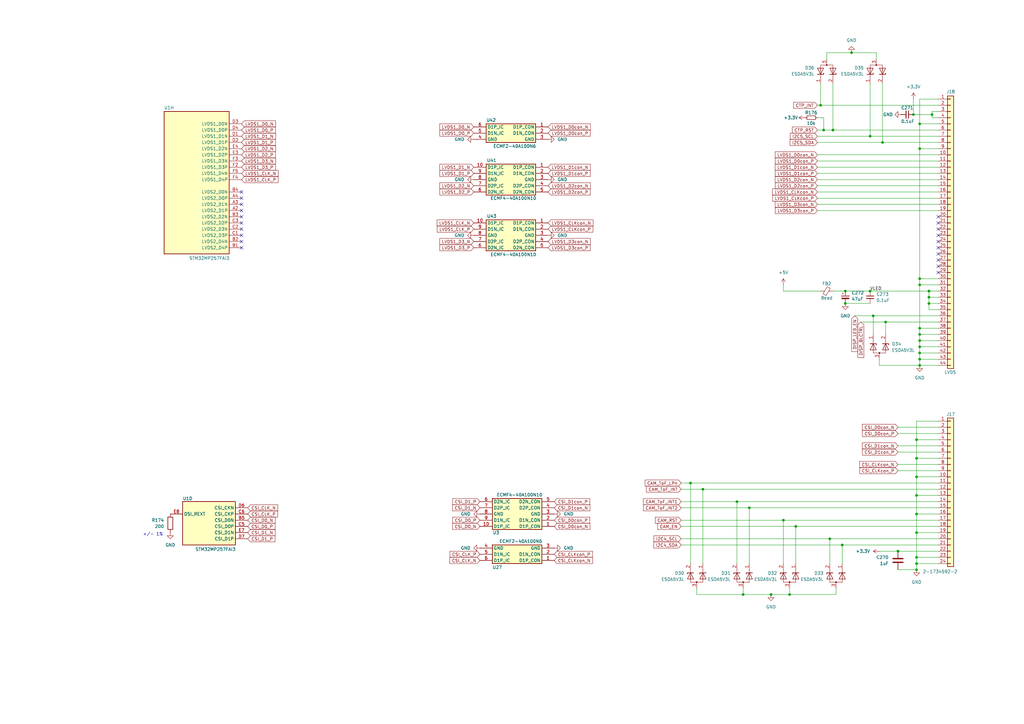
<source format=kicad_sch>
(kicad_sch (version 20250114) (generator "eeschema") (generator_version "9.0")
  (paper "A3")
  (title_block (title "CAMERA & LVDS") (date "2025-01-21") (rev "1.0") (company "Robotics"))
  (text "+/- 1%" (at 62.738 219.202 0) (effects (font (size 1.27 1.27))))
  (junction (at 346.71 119.38))
  (junction (at 356.87 55.88))
  (junction (at 382.27 46.99))
  (junction (at 377.19 147.32))
  (junction (at 356.87 119.38))
  (junction (at 375.92 228.6))
  (junction (at 337.82 53.34))
  (junction (at 323.85 243.84))
  (junction (at 377.19 139.7))
  (junction (at 377.19 142.24))
  (junction (at 368.3 226.06))
  (junction (at 375.92 233.68))
  (junction (at 377.19 137.16))
  (junction (at 377.19 50.8))
  (junction (at 336.55 43.18))
  (junction (at 302.26 205.74))
  (junction (at 340.36 220.98))
  (junction (at 375.92 180.34))
  (junction (at 361.95 58.42))
  (junction (at 283.21 198.12))
  (junction (at 377.19 134.62))
  (junction (at 377.19 116.84))
  (junction (at 316.23 243.84))
  (junction (at 375.92 203.2))
  (junction (at 375.92 210.82))
  (junction (at 377.19 114.3))
  (junction (at 381 124.46))
  (junction (at 288.29 200.66))
  (junction (at 375.92 231.14))
  (junction (at 377.19 60.96))
  (junction (at 377.19 149.86))
  (junction (at 374.65 46.99))
  (junction (at 304.8 243.84))
  (junction (at 375.92 187.96))
  (junction (at 341.63 53.34))
  (junction (at 375.92 195.58))
  (junction (at 349.25 21.59))
  (junction (at 346.71 124.46))
  (junction (at 307.34 208.28))
  (junction (at 363.22 132.08))
  (junction (at 375.92 218.44))
  (junction (at 358.14 129.54))
  (junction (at 326.39 215.9))
  (junction (at 377.19 144.78))
  (junction (at 345.44 223.52))
  (junction (at 381 121.92))
  (junction (at 321.31 213.36))
  (junction (at 381 119.38))
  (no_connect (at 384.81 96.52))
  (no_connect (at 384.81 88.9))
  (no_connect (at 99.06 96.52))
  (no_connect (at 384.81 104.14))
  (no_connect (at 384.81 93.98))
  (no_connect (at 99.06 101.6))
  (no_connect (at 384.81 106.68))
  (no_connect (at 384.81 101.6))
  (no_connect (at 99.06 83.82))
  (no_connect (at 99.06 99.06))
  (no_connect (at 99.06 88.9))
  (no_connect (at 99.06 91.44))
  (no_connect (at 384.81 99.06))
  (no_connect (at 384.81 91.44))
  (no_connect (at 99.06 78.74))
  (no_connect (at 99.06 81.28))
  (no_connect (at 99.06 93.98))
  (no_connect (at 384.81 111.76))
  (no_connect (at 99.06 86.36))
  (no_connect (at 384.81 109.22))
  (wire (pts (xy 356.87 119.38) (xy 381 119.38)))
  (wire (pts (xy 321.31 213.36) (xy 321.31 231.14)))
  (wire (pts (xy 340.36 220.98) (xy 384.81 220.98)))
  (wire (pts (xy 326.39 215.9) (xy 326.39 231.14)))
  (wire (pts (xy 375.92 218.44) (xy 384.81 218.44)))
  (wire (pts (xy 321.31 119.38) (xy 321.31 116.84)))
  (wire (pts (xy 374.65 46.99) (xy 382.27 46.99)))
  (wire (pts (xy 377.19 147.32) (xy 384.81 147.32)))
  (wire (pts (xy 288.29 200.66) (xy 384.81 200.66)))
  (wire (pts (xy 368.3 190.5) (xy 384.81 190.5)))
  (wire (pts (xy 335.28 76.2) (xy 384.81 76.2)))
  (wire (pts (xy 337.82 53.34) (xy 341.63 53.34)))
  (wire (pts (xy 377.19 137.16) (xy 384.81 137.16)))
  (wire (pts (xy 335.28 43.18) (xy 336.55 43.18)))
  (wire (pts (xy 377.19 134.62) (xy 377.19 137.16)))
  (wire (pts (xy 316.23 243.84) (xy 323.85 243.84)))
  (wire (pts (xy 377.19 114.3) (xy 377.19 116.84)))
  (wire (pts (xy 377.19 139.7) (xy 384.81 139.7)))
  (wire (pts (xy 377.19 144.78) (xy 384.81 144.78)))
  (wire (pts (xy 279.4 215.9) (xy 326.39 215.9)))
  (wire (pts (xy 377.19 40.64) (xy 377.19 50.8)))
  (wire (pts (xy 381 127) (xy 384.81 127)))
  (wire (pts (xy 359.41 21.59) (xy 359.41 24.13)))
  (wire (pts (xy 368.3 182.88) (xy 384.81 182.88)))
  (wire (pts (xy 335.28 73.66) (xy 384.81 73.66)))
  (wire (pts (xy 377.19 50.8) (xy 377.19 60.96)))
  (wire (pts (xy 285.75 243.84) (xy 304.8 243.84)))
  (wire (pts (xy 279.4 208.28) (xy 307.34 208.28)))
  (wire (pts (xy 279.4 220.98) (xy 340.36 220.98)))
  (wire (pts (xy 384.81 40.64) (xy 377.19 40.64)))
  (wire (pts (xy 382.27 45.72) (xy 384.81 45.72)))
  (wire (pts (xy 341.63 34.29) (xy 341.63 53.34)))
  (wire (pts (xy 335.28 55.88) (xy 356.87 55.88)))
  (wire (pts (xy 368.3 233.68) (xy 375.92 233.68)))
  (wire (pts (xy 377.19 149.86) (xy 384.81 149.86)))
  (wire (pts (xy 360.68 149.86) (xy 377.19 149.86)))
  (wire (pts (xy 375.92 195.58) (xy 375.92 203.2)))
  (wire (pts (xy 340.36 220.98) (xy 340.36 231.14)))
  (wire (pts (xy 363.22 132.08) (xy 384.81 132.08)))
  (wire (pts (xy 336.55 34.29) (xy 336.55 43.18)))
  (wire (pts (xy 345.44 223.52) (xy 345.44 231.14)))
  (wire (pts (xy 375.92 210.82) (xy 375.92 218.44)))
  (wire (pts (xy 358.14 129.54) (xy 384.81 129.54)))
  (wire (pts (xy 377.19 142.24) (xy 384.81 142.24)))
  (wire (pts (xy 375.92 180.34) (xy 375.92 187.96)))
  (wire (pts (xy 377.19 116.84) (xy 377.19 134.62)))
  (wire (pts (xy 377.19 114.3) (xy 384.81 114.3)))
  (wire (pts (xy 375.92 218.44) (xy 375.92 228.6)))
  (wire (pts (xy 353.06 132.08) (xy 363.22 132.08)))
  (wire (pts (xy 339.09 21.59) (xy 349.25 21.59)))
  (wire (pts (xy 335.28 58.42) (xy 361.95 58.42)))
  (wire (pts (xy 384.81 172.72) (xy 375.92 172.72)))
  (wire (pts (xy 336.55 43.18) (xy 384.81 43.18)))
  (wire (pts (xy 307.34 208.28) (xy 384.81 208.28)))
  (wire (pts (xy 377.19 147.32) (xy 377.19 144.78)))
  (wire (pts (xy 335.28 71.12) (xy 384.81 71.12)))
  (wire (pts (xy 307.34 208.28) (xy 307.34 231.14)))
  (wire (pts (xy 382.27 48.26) (xy 382.27 46.99)))
  (wire (pts (xy 375.92 233.68) (xy 375.92 231.14)))
  (wire (pts (xy 335.28 81.28) (xy 384.81 81.28)))
  (wire (pts (xy 335.28 68.58) (xy 384.81 68.58)))
  (wire (pts (xy 375.92 203.2) (xy 375.92 210.82)))
  (wire (pts (xy 377.19 60.96) (xy 377.19 114.3)))
  (wire (pts (xy 377.19 144.78) (xy 377.19 142.24)))
  (wire (pts (xy 381 124.46) (xy 381 127)))
  (wire (pts (xy 384.81 48.26) (xy 382.27 48.26)))
  (wire (pts (xy 375.92 231.14) (xy 384.81 231.14)))
  (wire (pts (xy 335.28 53.34) (xy 337.82 53.34)))
  (wire (pts (xy 361.95 34.29) (xy 361.95 58.42)))
  (wire (pts (xy 349.25 21.59) (xy 359.41 21.59)))
  (wire (pts (xy 377.19 116.84) (xy 384.81 116.84)))
  (wire (pts (xy 321.31 213.36) (xy 384.81 213.36)))
  (wire (pts (xy 335.28 78.74) (xy 384.81 78.74)))
  (wire (pts (xy 341.63 119.38) (xy 346.71 119.38)))
  (wire (pts (xy 377.19 134.62) (xy 384.81 134.62)))
  (wire (pts (xy 335.28 83.82) (xy 384.81 83.82)))
  (wire (pts (xy 381 121.92) (xy 384.81 121.92)))
  (wire (pts (xy 375.92 203.2) (xy 384.81 203.2)))
  (wire (pts (xy 375.92 180.34) (xy 384.81 180.34)))
  (wire (pts (xy 377.19 137.16) (xy 377.19 139.7)))
  (wire (pts (xy 368.3 175.26) (xy 384.81 175.26)))
  (wire (pts (xy 302.26 205.74) (xy 302.26 231.14)))
  (wire (pts (xy 377.19 50.8) (xy 384.81 50.8)))
  (wire (pts (xy 288.29 200.66) (xy 288.29 231.14)))
  (wire (pts (xy 304.8 241.3) (xy 304.8 243.84)))
  (wire (pts (xy 375.92 195.58) (xy 384.81 195.58)))
  (wire (pts (xy 302.26 205.74) (xy 384.81 205.74)))
  (wire (pts (xy 368.3 177.8) (xy 384.81 177.8)))
  (wire (pts (xy 360.68 147.32) (xy 360.68 149.86)))
  (wire (pts (xy 346.71 124.46) (xy 356.87 124.46)))
  (wire (pts (xy 337.82 48.26) (xy 337.82 53.34)))
  (wire (pts (xy 360.68 226.06) (xy 368.3 226.06)))
  (wire (pts (xy 326.39 215.9) (xy 384.81 215.9)))
  (wire (pts (xy 335.28 66.04) (xy 384.81 66.04)))
  (wire (pts (xy 368.3 193.04) (xy 384.81 193.04)))
  (wire (pts (xy 323.85 241.3) (xy 323.85 243.84)))
  (wire (pts (xy 304.8 243.84) (xy 316.23 243.84)))
  (wire (pts (xy 279.4 198.12) (xy 283.21 198.12)))
  (wire (pts (xy 377.19 60.96) (xy 384.81 60.96)))
  (wire (pts (xy 363.22 132.08) (xy 363.22 137.16)))
  (wire (pts (xy 374.65 40.64) (xy 374.65 46.99)))
  (wire (pts (xy 358.14 129.54) (xy 358.14 137.16)))
  (wire (pts (xy 377.19 149.86) (xy 377.19 147.32)))
  (wire (pts (xy 335.28 48.26) (xy 337.82 48.26)))
  (wire (pts (xy 381 124.46) (xy 384.81 124.46)))
  (wire (pts (xy 377.19 142.24) (xy 377.19 139.7)))
  (wire (pts (xy 361.95 58.42) (xy 384.81 58.42)))
  (wire (pts (xy 375.92 172.72) (xy 375.92 180.34)))
  (wire (pts (xy 382.27 46.99) (xy 382.27 45.72)))
  (wire (pts (xy 356.87 55.88) (xy 384.81 55.88)))
  (wire (pts (xy 368.3 226.06) (xy 384.81 226.06)))
  (wire (pts (xy 283.21 198.12) (xy 283.21 231.14)))
  (wire (pts (xy 279.4 205.74) (xy 302.26 205.74)))
  (wire (pts (xy 336.55 119.38) (xy 321.31 119.38)))
  (wire (pts (xy 368.3 185.42) (xy 384.81 185.42)))
  (wire (pts (xy 335.28 63.5) (xy 384.81 63.5)))
  (wire (pts (xy 381 119.38) (xy 384.81 119.38)))
  (wire (pts (xy 346.71 119.38) (xy 356.87 119.38)))
  (wire (pts (xy 381 121.92) (xy 381 124.46)))
  (wire (pts (xy 323.85 243.84) (xy 342.9 243.84)))
  (wire (pts (xy 375.92 187.96) (xy 375.92 195.58)))
  (wire (pts (xy 283.21 198.12) (xy 384.81 198.12)))
  (wire (pts (xy 375.92 210.82) (xy 384.81 210.82)))
  (wire (pts (xy 335.28 86.36) (xy 384.81 86.36)))
  (wire (pts (xy 375.92 187.96) (xy 384.81 187.96)))
  (wire (pts (xy 345.44 223.52) (xy 384.81 223.52)))
  (wire (pts (xy 350.52 129.54) (xy 358.14 129.54)))
  (wire (pts (xy 279.4 223.52) (xy 345.44 223.52)))
  (wire (pts (xy 341.63 53.34) (xy 384.81 53.34)))
  (wire (pts (xy 375.92 228.6) (xy 375.92 231.14)))
  (wire (pts (xy 375.92 228.6) (xy 384.81 228.6)))
  (wire (pts (xy 381 119.38) (xy 381 121.92)))
  (wire (pts (xy 279.4 200.66) (xy 288.29 200.66)))
  (wire (pts (xy 339.09 21.59) (xy 339.09 24.13)))
  (wire (pts (xy 342.9 241.3) (xy 342.9 243.84)))
  (wire (pts (xy 279.4 213.36) (xy 321.31 213.36)))
  (wire (pts (xy 285.75 241.3) (xy 285.75 243.84)))
  (wire (pts (xy 356.87 34.29) (xy 356.87 55.88)))
  (label "VLED" (at 356.87 119.38 0))
  (global_label "LVDS1_D3_P" (shape input) (at 194.31 101.6 180) (property "Intersheetrefs" "${INTERSHEET_REFS}" (effects (hide yes))))
  (global_label "CSI_CLK_N" (shape input) (at 101.6 208.28 0) (property "Intersheetrefs" "${INTERSHEET_REFS}" (effects (hide yes))))
  (global_label "CSI_D0_P" (shape input) (at 101.6 215.9 0) (property "Intersheetrefs" "${INTERSHEET_REFS}" (effects (hide yes))))
  (global_label "I2C5_SCL" (shape input) (at 335.28 55.88 180) (property "Intersheetrefs" "${INTERSHEET_REFS}" (effects (hide yes))))
  (global_label "LVDS1_D1con_N" (shape input) (at 224.79 68.58 0) (property "Intersheetrefs" "${INTERSHEET_REFS}" (effects (hide yes))))
  (global_label "CAM_RST" (shape input) (at 279.4 213.36 180) (property "Intersheetrefs" "${INTERSHEET_REFS}" (effects (hide yes))))
  (global_label "LVDS1_CLKcon_N" (shape input) (at 224.79 91.44 0) (property "Intersheetrefs" "${INTERSHEET_REFS}" (effects (hide yes))))
  (global_label "LVDS1_D2_P" (shape input) (at 194.31 78.74 180) (property "Intersheetrefs" "${INTERSHEET_REFS}" (effects (hide yes))))
  (global_label "LVDS1_D1_N" (shape input) (at 194.31 68.58 180) (property "Intersheetrefs" "${INTERSHEET_REFS}" (effects (hide yes))))
  (global_label "LVDS1_D3_P" (shape input) (at 99.06 68.58 0) (property "Intersheetrefs" "${INTERSHEET_REFS}" (effects (hide yes))))
  (global_label "CSI_D1con_N" (shape input) (at 227.33 208.28 0) (property "Intersheetrefs" "${INTERSHEET_REFS}" (effects (hide yes))))
  (global_label "CSI_D0_N" (shape input) (at 196.85 215.9 180) (property "Intersheetrefs" "${INTERSHEET_REFS}" (effects (hide yes))))
  (global_label "LVDS1_D2con_N" (shape input) (at 335.28 73.66 180) (property "Intersheetrefs" "${INTERSHEET_REFS}" (effects (hide yes))))
  (global_label "LVDS1_D0con_P" (shape input) (at 335.28 66.04 180) (property "Intersheetrefs" "${INTERSHEET_REFS}" (effects (hide yes))))
  (global_label "CSI_D0_N" (shape input) (at 101.6 213.36 0) (property "Intersheetrefs" "${INTERSHEET_REFS}" (effects (hide yes))))
  (global_label "CTP_INT" (shape input) (at 335.28 43.18 180) (property "Intersheetrefs" "${INTERSHEET_REFS}" (effects (hide yes))))
  (global_label "LVDS1_CLK_P" (shape input) (at 194.31 93.98 180) (property "Intersheetrefs" "${INTERSHEET_REFS}" (effects (hide yes))))
  (global_label "LVDS1_D1_N" (shape input) (at 99.06 55.88 0) (property "Intersheetrefs" "${INTERSHEET_REFS}" (effects (hide yes))))
  (global_label "LVDS1_D3con_N" (shape input) (at 224.79 99.06 0) (property "Intersheetrefs" "${INTERSHEET_REFS}" (effects (hide yes))))
  (global_label "CSI_CLK_N" (shape input) (at 196.85 229.87 180) (property "Intersheetrefs" "${INTERSHEET_REFS}" (effects (hide yes))))
  (global_label "CSI_CLKcon_P" (shape input) (at 368.3 193.04 180) (property "Intersheetrefs" "${INTERSHEET_REFS}" (effects (hide yes))))
  (global_label "CTP_RST" (shape input) (at 335.28 53.34 180) (property "Intersheetrefs" "${INTERSHEET_REFS}" (effects (hide yes))))
  (global_label "LVDS1_D1_P" (shape input) (at 99.06 58.42 0) (property "Intersheetrefs" "${INTERSHEET_REFS}" (effects (hide yes))))
  (global_label "LVDS1_CLKcon_N" (shape input) (at 335.28 78.74 180) (property "Intersheetrefs" "${INTERSHEET_REFS}" (effects (hide yes))))
  (global_label "LVDS1_D3con_P" (shape input) (at 335.28 86.36 180) (property "Intersheetrefs" "${INTERSHEET_REFS}" (effects (hide yes))))
  (global_label "LVDS1_D1con_N" (shape input) (at 335.28 68.58 180) (property "Intersheetrefs" "${INTERSHEET_REFS}" (effects (hide yes))))
  (global_label "CSI_CLK_P" (shape input) (at 196.85 227.33 180) (property "Intersheetrefs" "${INTERSHEET_REFS}" (effects (hide yes))))
  (global_label "CSI_D0con_P" (shape input) (at 227.33 213.36 0) (property "Intersheetrefs" "${INTERSHEET_REFS}" (effects (hide yes))))
  (global_label "LVDS1_D3con_P" (shape input) (at 224.79 101.6 0) (property "Intersheetrefs" "${INTERSHEET_REFS}" (effects (hide yes))))
  (global_label "LVDS1_D2con_P" (shape input) (at 224.79 78.74 0) (property "Intersheetrefs" "${INTERSHEET_REFS}" (effects (hide yes))))
  (global_label "I2C5_SDA" (shape input) (at 335.28 58.42 180) (property "Intersheetrefs" "${INTERSHEET_REFS}" (effects (hide yes))))
  (global_label "CAM_ToF_INT" (shape input) (at 279.4 200.66 180) (property "Intersheetrefs" "${INTERSHEET_REFS}" (effects (hide yes))))
  (global_label "I2C4_SCL" (shape input) (at 279.4 220.98 180) (property "Intersheetrefs" "${INTERSHEET_REFS}" (effects (hide yes))))
  (global_label "I2C4_SDA" (shape input) (at 279.4 223.52 180) (property "Intersheetrefs" "${INTERSHEET_REFS}" (effects (hide yes))))
  (global_label "CSI_D1con_P" (shape input) (at 227.33 205.74 0) (property "Intersheetrefs" "${INTERSHEET_REFS}" (effects (hide yes))))
  (global_label "LVDS1_D3_N" (shape input) (at 194.31 99.06 180) (property "Intersheetrefs" "${INTERSHEET_REFS}" (effects (hide yes))))
  (global_label "CSI_D1con_P" (shape input) (at 368.3 185.42 180) (property "Intersheetrefs" "${INTERSHEET_REFS}" (effects (hide yes))))
  (global_label "LVDS1_D0con_N" (shape input) (at 335.28 63.5 180) (property "Intersheetrefs" "${INTERSHEET_REFS}" (effects (hide yes))))
  (global_label "LVDS1_D2con_N" (shape input) (at 224.79 76.2 0) (property "Intersheetrefs" "${INTERSHEET_REFS}" (effects (hide yes))))
  (global_label "LVDS1_D3_N" (shape input) (at 99.06 66.04 0) (property "Intersheetrefs" "${INTERSHEET_REFS}" (effects (hide yes))))
  (global_label "LVDS1_D0con_P" (shape input) (at 224.79 54.61 0) (property "Intersheetrefs" "${INTERSHEET_REFS}" (effects (hide yes))))
  (global_label "CSI_D0con_N" (shape input) (at 227.33 215.9 0) (property "Intersheetrefs" "${INTERSHEET_REFS}" (effects (hide yes))))
  (global_label "CSI_D0con_N" (shape input) (at 368.3 175.26 180) (property "Intersheetrefs" "${INTERSHEET_REFS}" (effects (hide yes))))
  (global_label "CSI_D1con_N" (shape input) (at 368.3 182.88 180) (property "Intersheetrefs" "${INTERSHEET_REFS}" (effects (hide yes))))
  (global_label "LVDS1_CLK_N" (shape input) (at 194.31 91.44 180) (property "Intersheetrefs" "${INTERSHEET_REFS}" (effects (hide yes))))
  (global_label "LVDS1_D0_N" (shape input) (at 99.06 50.8 0) (property "Intersheetrefs" "${INTERSHEET_REFS}" (effects (hide yes))))
  (global_label "LVDS1_D2_N" (shape input) (at 194.31 76.2 180) (property "Intersheetrefs" "${INTERSHEET_REFS}" (effects (hide yes))))
  (global_label "LVDS1_D0_N" (shape input) (at 194.31 52.07 180) (property "Intersheetrefs" "${INTERSHEET_REFS}" (effects (hide yes))))
  (global_label "LVDS1_D1con_P" (shape input) (at 224.79 71.12 0) (property "Intersheetrefs" "${INTERSHEET_REFS}" (effects (hide yes))))
  (global_label "CAM_ToF_INT2" (shape input) (at 279.4 208.28 180) (property "Intersheetrefs" "${INTERSHEET_REFS}" (effects (hide yes))))
  (global_label "CSI_D0_P" (shape input) (at 196.85 213.36 180) (property "Intersheetrefs" "${INTERSHEET_REFS}" (effects (hide yes))))
  (global_label "LVDS1_CLK_P" (shape input) (at 99.06 73.66 0) (property "Intersheetrefs" "${INTERSHEET_REFS}" (effects (hide yes))))
  (global_label "LVDS1_D0con_N" (shape input) (at 224.79 52.07 0) (property "Intersheetrefs" "${INTERSHEET_REFS}" (effects (hide yes))))
  (global_label "LVDS1_CLKcon_P" (shape input) (at 224.79 93.98 0) (property "Intersheetrefs" "${INTERSHEET_REFS}" (effects (hide yes))))
  (global_label "CSI_D0con_P" (shape input) (at 368.3 177.8 180) (property "Intersheetrefs" "${INTERSHEET_REFS}" (effects (hide yes))))
  (global_label "LVDS1_D0_P" (shape input) (at 99.06 53.34 0) (property "Intersheetrefs" "${INTERSHEET_REFS}" (effects (hide yes))))
  (global_label "LVDS1_D1_P" (shape input) (at 194.31 71.12 180) (property "Intersheetrefs" "${INTERSHEET_REFS}" (effects (hide yes))))
  (global_label "LVDS1_D2con_P" (shape input) (at 335.28 76.2 180) (property "Intersheetrefs" "${INTERSHEET_REFS}" (effects (hide yes))))
  (global_label "CSI_D1_P" (shape input) (at 101.6 220.98 0) (property "Intersheetrefs" "${INTERSHEET_REFS}" (effects (hide yes))))
  (global_label "DISP_BLCTRL" (shape input) (at 353.06 132.08 270) (property "Intersheetrefs" "${INTERSHEET_REFS}" (effects (hide yes))))
  (global_label "CSI_CLK_P" (shape input) (at 101.6 210.82 0) (property "Intersheetrefs" "${INTERSHEET_REFS}" (effects (hide yes))))
  (global_label "LVDS1_CLK_N" (shape input) (at 99.06 71.12 0) (property "Intersheetrefs" "${INTERSHEET_REFS}" (effects (hide yes))))
  (global_label "LVDS1_CLKcon_P" (shape input) (at 335.28 81.28 180) (property "Intersheetrefs" "${INTERSHEET_REFS}" (effects (hide yes))))
  (global_label "LVDS1_D0_P" (shape input) (at 194.31 54.61 180) (property "Intersheetrefs" "${INTERSHEET_REFS}" (effects (hide yes))))
  (global_label "LVDS1_D2_N" (shape input) (at 99.06 60.96 0) (property "Intersheetrefs" "${INTERSHEET_REFS}" (effects (hide yes))))
  (global_label "CSI_CLKcon_P" (shape input) (at 227.33 227.33 0) (property "Intersheetrefs" "${INTERSHEET_REFS}" (effects (hide yes))))
  (global_label "CSI_D1_N" (shape input) (at 196.85 208.28 180) (property "Intersheetrefs" "${INTERSHEET_REFS}" (effects (hide yes))))
  (global_label "CAM_ToF_INT1" (shape input) (at 279.4 205.74 180) (property "Intersheetrefs" "${INTERSHEET_REFS}" (effects (hide yes))))
  (global_label "LVDS1_D1con_P" (shape input) (at 335.28 71.12 180) (property "Intersheetrefs" "${INTERSHEET_REFS}" (effects (hide yes))))
  (global_label "CSI_D1_P" (shape input) (at 196.85 205.74 180) (property "Intersheetrefs" "${INTERSHEET_REFS}" (effects (hide yes))))
  (global_label "CSI_CLKcon_N" (shape input) (at 368.3 190.5 180) (property "Intersheetrefs" "${INTERSHEET_REFS}" (effects (hide yes))))
  (global_label "CAM_ToF_LPn" (shape input) (at 279.4 198.12 180) (property "Intersheetrefs" "${INTERSHEET_REFS}" (effects (hide yes))))
  (global_label "LVDS1_D2_P" (shape input) (at 99.06 63.5 0) (property "Intersheetrefs" "${INTERSHEET_REFS}" (effects (hide yes))))
  (global_label "CSI_CLKcon_N" (shape input) (at 227.33 229.87 0) (property "Intersheetrefs" "${INTERSHEET_REFS}" (effects (hide yes))))
  (global_label "CSI_D1_N" (shape input) (at 101.6 218.44 0) (property "Intersheetrefs" "${INTERSHEET_REFS}" (effects (hide yes))))
  (global_label "LVDS1_D3con_N" (shape input) (at 335.28 83.82 180) (property "Intersheetrefs" "${INTERSHEET_REFS}" (effects (hide yes))))
  (global_label "CAM_EN" (shape input) (at 279.4 215.9 180) (property "Intersheetrefs" "${INTERSHEET_REFS}" (effects (hide yes))))
  (global_label "DISP_LED_EN" (shape input) (at 350.52 129.54 270) (property "Intersheetrefs" "${INTERSHEET_REFS}" (effects (hide yes))))
  (symbol (lib_id "MY_ESD:ECMF4-40A100N10") (at 194.31 101.6 0) (mirror x) (unit 1)
    (property "Reference" "U43" (at 201.676 88.646 0))
    (property "Value" "ECMF4-40A100N10" (at 210.566 104.394 0))
    (property "Footprint" "ECMF4-40A100N10:ECMF440A100N10" (effects (hide yes)))
    (property "Datasheet" "https://www.mouser.kr/datasheet/2/389/ecmf2_40a100n6-2935932.pdf" (effects (hide yes)))
    (property "Description" "Common mode filter with ESD protection for high speed serial interface" (effects (hide yes)))
  )
  (symbol (lib_id "MY_ESD:ECMF4-40A100N10") (at 196.85 205.74 0) (unit 1)
    (property "Reference" "U3" (at 203.454 218.44 0))
    (property "Value" "ECMF4-40A100N10" (at 213.106 202.946 0))
    (property "Footprint" "ECMF4-40A100N10:ECMF440A100N10" (effects (hide yes)))
    (property "Datasheet" "https://www.mouser.kr/datasheet/2/389/ecmf2_40a100n6-2935932.pdf" (effects (hide yes)))
    (property "Description" "Common mode filter with ESD protection for high speed serial interface" (effects (hide yes)))
  )
  (symbol (lib_id "Connector_Generic:Conn_01x44") (at 389.89 93.98 0) (unit 1)
    (property "Reference" "J18" (at 388.112 37.592 0) (effects (justify left)))
    (property "Value" "LVDS" (at 387.35 152.654 0) (effects (justify left)))
    (property "Footprint" "Connector_FFC-FPC:Hirose_FH12-40S-0.5SH_1x40-1MP_P0.50mm_Horizontal" (effects (hide yes)))
    (property "Description" "\"Generic connector, single row, 01x44, script generated\"" (effects (hide yes)))
  )
  (symbol (lib_id "power:+5V") (at 321.31 116.84 0) (unit 1)
    (property "Reference" "#PWR0467" (effects (hide yes)))
    (property "Value" "+5V" (at 321.31 111.76 0))
    (property "Description" "Power symbol creates a global label with name \"+5V\"" (effects (hide yes)))
  )
  (symbol (lib_id "power:GND") (at 369.57 46.99 270) (unit 1)
    (property "Reference" "#PWR0465" (effects (hide yes)))
    (property "Value" "GND" (at 366.268 46.99 90) (effects (justify right)))
    (property "Description" "Power symbol creates a global label with name \"GND\" , ground" (effects (hide yes)))
  )
  (symbol (lib_id "power:+3.3V") (at 374.65 40.64 0) (unit 1)
    (property "Reference" "#PWR0466" (effects (hide yes)))
    (property "Value" "+3.3V" (at 374.65 35.56 0))
    (property "Description" "Power symbol creates a global label with name \"+3.3V\"" (effects (hide yes)))
  )
  (symbol (lib_id "power:GND") (at 196.85 210.82 270) (unit 1)
    (property "Reference" "#PWR0450" (effects (hide yes)))
    (property "Value" "GND" (at 193.04 210.8199 90) (effects (justify right)))
    (property "Description" "Power symbol creates a global label with name \"GND\" , ground" (effects (hide yes)))
  )
  (symbol (lib_id "Diode:MMBZxx") (at 359.41 29.21 0) (mirror x) (unit 1)
    (property "Reference" "D35" (at 354.33 27.8129 0) (effects (justify right)))
    (property "Value" "ESDA5V3L" (at 354.33 30.3529 0) (effects (justify right)))
    (property "Footprint" "Package_TO_SOT_SMD:SOT-23" (effects (hide yes)))
    (property "Datasheet" "http://www.onsemi.com/pub/Collateral/MMBZ5V6ALT1-D.PDF" (effects (hide yes)))
    (property "Description" "Double Zener Diode, Common Anode, 225mW, SOT-23" (effects (hide yes)))
  )
  (symbol (lib_id "MY_ESD:ECMF2-40A100N6") (at 196.85 229.87 0) (mirror x) (unit 1)
    (property "Reference" "U27" (at 203.962 232.664 0))
    (property "Value" "ECMF2-40A100N6" (at 213.614 221.996 0))
    (property "Footprint" "ECMF2-40A100N6:ECMF240A100N6" (effects (hide yes)))
  )
  (symbol (lib_id "Diode:MMBZxx") (at 360.68 142.24 0) (unit 1)
    (property "Reference" "D34" (at 365.76 141.0969 0) (effects (justify left)))
    (property "Value" "ESDA5V3L" (at 365.76 143.6369 0) (effects (justify left)))
    (property "Footprint" "Package_TO_SOT_SMD:SOT-23" (effects (hide yes)))
    (property "Datasheet" "http://www.onsemi.com/pub/Collateral/MMBZ5V6ALT1-D.PDF" (effects (hide yes)))
    (property "Description" "Double Zener Diode, Common Anode, 225mW, SOT-23" (effects (hide yes)))
  )
  (symbol (lib_id "MY_ESD:ECMF2-40A100N6") (at 194.31 52.07 0) (unit 1)
    (property "Reference" "U42" (at 201.422 49.276 0))
    (property "Value" "ECMF2-40A100N6" (at 211.074 59.944 0))
    (property "Footprint" "ECMF2-40A100N6:ECMF240A100N6" (effects (hide yes)))
  )
  (symbol (lib_id "power:GND") (at 194.31 57.15 270) (unit 1)
    (property "Reference" "#PWR0457" (effects (hide yes)))
    (property "Value" "GND" (at 190.5 57.1499 90) (effects (justify right)))
    (property "Description" "Power symbol creates a global label with name \"GND\" , ground" (effects (hide yes)))
  )
  (symbol (lib_id "Diode:MMBZxx") (at 339.09 29.21 0) (mirror x) (unit 1)
    (property "Reference" "D36" (at 334.01 27.8129 0) (effects (justify right)))
    (property "Value" "ESDA5V3L" (at 334.01 30.3529 0) (effects (justify right)))
    (property "Footprint" "Package_TO_SOT_SMD:SOT-23" (effects (hide yes)))
    (property "Datasheet" "http://www.onsemi.com/pub/Collateral/MMBZ5V6ALT1-D.PDF" (effects (hide yes)))
    (property "Description" "Double Zener Diode, Common Anode, 225mW, SOT-23" (effects (hide yes)))
  )
  (symbol (lib_id "Device:C_Polarized_Small") (at 346.71 121.92 0) (unit 1)
    (property "Reference" "C272" (at 349.25 120.1038 0) (effects (justify left)))
    (property "Value" "47uF" (at 349.25 122.6438 0) (effects (justify left)))
    (property "Footprint" "Capacitor_Tantalum_SMD:CP_EIA-6032-28_Kemet-C" (effects (hide yes)))
    (property "Description" "Polarized capacitor, small symbol" (effects (hide yes)))
  )
  (symbol (lib_id "power:GND") (at 224.79 73.66 90) (mirror x) (unit 1)
    (property "Reference" "#PWR0462" (effects (hide yes)))
    (property "Value" "GND" (at 228.6 73.6599 90) (effects (justify right)))
    (property "Description" "Power symbol creates a global label with name \"GND\" , ground" (effects (hide yes)))
  )
  (symbol (lib_id "power:GND") (at 196.85 224.79 270) (unit 1)
    (property "Reference" "#PWR0452" (effects (hide yes)))
    (property "Value" "GND" (at 193.04 224.7899 90) (effects (justify right)))
    (property "Description" "Power symbol creates a global label with name \"GND\" , ground" (effects (hide yes)))
  )
  (symbol (lib_id "power:GND") (at 377.19 149.86 0) (unit 1)
    (property "Reference" "#PWR0464" (effects (hide yes)))
    (property "Value" "GND" (at 377.19 154.94 0))
    (property "Description" "Power symbol creates a global label with name \"GND\" , ground" (effects (hide yes)))
  )
  (symbol (lib_id "power:GND") (at 194.31 73.66 270) (unit 1)
    (property "Reference" "#PWR0458" (effects (hide yes)))
    (property "Value" "GND" (at 190.5 73.6599 90) (effects (justify right)))
    (property "Description" "Power symbol creates a global label with name \"GND\" , ground" (effects (hide yes)))
  )
  (symbol (lib_id "power:GND") (at 224.79 57.15 90) (mirror x) (unit 1)
    (property "Reference" "#PWR0461" (effects (hide yes)))
    (property "Value" "GND" (at 228.6 57.1499 90) (effects (justify right)))
    (property "Description" "Power symbol creates a global label with name \"GND\" , ground" (effects (hide yes)))
  )
  (symbol (lib_id "power:GND") (at 69.85 218.44 0) (unit 1)
    (property "Reference" "#PWR0449" (effects (hide yes)))
    (property "Value" "GND" (at 69.85 223.52 0))
    (property "Description" "Power symbol creates a global label with name \"GND\" , ground" (effects (hide yes)))
  )
  (symbol (lib_id "Diode:MMBZxx") (at 304.8 236.22 0) (mirror y) (unit 1)
    (property "Reference" "D31" (at 299.72 235.0769 0) (effects (justify left)))
    (property "Value" "ESDA5V3L" (at 299.72 237.6169 0) (effects (justify left)))
    (property "Footprint" "Package_TO_SOT_SMD:SOT-23" (effects (hide yes)))
    (property "Datasheet" "http://www.onsemi.com/pub/Collateral/MMBZ5V6ALT1-D.PDF" (effects (hide yes)))
    (property "Description" "Double Zener Diode, Common Anode, 225mW, SOT-23" (effects (hide yes)))
  )
  (symbol (lib_id "Diode:MMBZxx") (at 285.75 236.22 0) (mirror y) (unit 1)
    (property "Reference" "D30" (at 280.67 235.0769 0) (effects (justify left)))
    (property "Value" "ESDA5V3L" (at 280.67 237.6169 0) (effects (justify left)))
    (property "Footprint" "Package_TO_SOT_SMD:SOT-23" (effects (hide yes)))
    (property "Datasheet" "http://www.onsemi.com/pub/Collateral/MMBZ5V6ALT1-D.PDF" (effects (hide yes)))
    (property "Description" "Double Zener Diode, Common Anode, 225mW, SOT-23" (effects (hide yes)))
  )
  (symbol (lib_id "power:GND") (at 375.92 233.68 0) (unit 1)
    (property "Reference" "#PWR0454" (effects (hide yes)))
    (property "Value" "GND" (at 375.92 238.76 0))
    (property "Description" "Power symbol creates a global label with name \"GND\" , ground" (effects (hide yes)))
  )
  (symbol (lib_id "power:GND") (at 227.33 210.82 90) (mirror x) (unit 1)
    (property "Reference" "#PWR0451" (effects (hide yes)))
    (property "Value" "GND" (at 231.14 210.8199 90) (effects (justify right)))
    (property "Description" "Power symbol creates a global label with name \"GND\" , ground" (effects (hide yes)))
  )
  (symbol (lib_id "power:GND") (at 316.23 243.84 0) (unit 1)
    (property "Reference" "#PWR0456" (effects (hide yes)))
    (property "Value" "GND" (at 316.23 248.92 0))
    (property "Description" "Power symbol creates a global label with name \"GND\" , ground" (effects (hide yes)))
  )
  (symbol (lib_id "Connector_Generic:Conn_01x24") (at 389.89 200.66 0) (unit 1)
    (property "Reference" "J17" (at 388.112 169.926 0) (effects (justify left)))
    (property "Value" "2-1734592-2" (at 378.46 234.442 0) (effects (justify left)))
    (property "Footprint" "Connector_FFC-FPC:Hirose_FH12-22S-0.5SH_1x22-1MP_P0.50mm_Horizontal" (effects (hide yes)))
    (property "Description" "Generic connector, single row, 01x24, script generated (kicad-library-utils/schlib/autogen/connector/)" (effects (hide yes)))
  )
  (symbol (lib_id "MY_MPU:STM32MP257FAI3") (at 67.31 45.72 0) (unit 8)
    (property "Reference" "U1" (at 69.342 44.196 0))
    (property "Value" "STM32MP257FAI3" (at 85.852 105.918 0))
    (property "Footprint" "PCB:BGA436C80P22X22_1800X1800X120" (effects (hide yes)))
  )
  (symbol (lib_id "Device:R") (at 69.85 214.63 0) (unit 1)
    (property "Reference" "R174" (at 67.31 213.3599 0) (effects (justify right)))
    (property "Value" "200" (at 67.31 215.8999 0) (effects (justify right)))
    (property "Footprint" "Resistor_SMD:R_0603_1608Metric" (effects (hide yes)))
    (property "Description" "Resistor" (effects (hide yes)))
  )
  (symbol (lib_id "power:GND") (at 349.25 21.59 180) (unit 1)
    (property "Reference" "#PWR0470" (effects (hide yes)))
    (property "Value" "GND" (at 349.25 16.51 0))
    (property "Description" "Power symbol creates a global label with name \"GND\" , ground" (effects (hide yes)))
  )
  (symbol (lib_id "Device:C_Small") (at 372.11 46.99 270) (mirror x) (unit 1)
    (property "Reference" "C271" (at 369.57 44.196 90) (effects (justify left)))
    (property "Value" "0.1uF" (at 369.57 49.784 90) (effects (justify left)))
    (property "Footprint" "Capacitor_SMD:C_0603_1608Metric" (effects (hide yes)))
    (property "Description" "Unpolarized capacitor, small symbol" (effects (hide yes)))
  )
  (symbol (lib_id "Diode:MMBZxx") (at 342.9 236.22 0) (mirror y) (unit 1)
    (property "Reference" "D33" (at 337.82 235.0769 0) (effects (justify left)))
    (property "Value" "ESDA5V3L" (at 337.82 237.6169 0) (effects (justify left)))
    (property "Footprint" "Package_TO_SOT_SMD:SOT-23" (effects (hide yes)))
    (property "Datasheet" "http://www.onsemi.com/pub/Collateral/MMBZ5V6ALT1-D.PDF" (effects (hide yes)))
    (property "Description" "Double Zener Diode, Common Anode, 225mW, SOT-23" (effects (hide yes)))
  )
  (symbol (lib_id "power:GND") (at 346.71 124.46 0) (unit 1)
    (property "Reference" "#PWR0468" (effects (hide yes)))
    (property "Value" "GND" (at 346.71 129.54 0))
    (property "Description" "Power symbol creates a global label with name \"GND\" , ground" (effects (hide yes)))
  )
  (symbol (lib_id "MY_ESD:ECMF4-40A100N10") (at 194.31 78.74 0) (mirror x) (unit 1)
    (property "Reference" "U41" (at 201.676 65.786 0))
    (property "Value" "ECMF4-40A100N10" (at 210.566 81.28 0))
    (property "Footprint" "ECMF4-40A100N10:ECMF440A100N10" (effects (hide yes)))
    (property "Datasheet" "https://www.mouser.kr/datasheet/2/389/ecmf2_40a100n6-2935932.pdf" (effects (hide yes)))
    (property "Description" "Common mode filter with ESD protection for high speed serial interface" (effects (hide yes)))
  )
  (symbol (lib_id "power:GND") (at 227.33 224.79 90) (unit 1)
    (property "Reference" "#PWR0453" (effects (hide yes)))
    (property "Value" "GND" (at 231.14 224.7899 90) (effects (justify right)))
    (property "Description" "Power symbol creates a global label with name \"GND\" , ground" (effects (hide yes)))
  )
  (symbol (lib_id "Device:C") (at 368.3 229.87 0) (unit 1)
    (property "Reference" "C270" (at 364.49 228.5999 0) (effects (justify right)))
    (property "Value" "1uF" (at 364.49 231.1399 0) (effects (justify right)))
    (property "Footprint" "Capacitor_SMD:C_0603_1608Metric" (effects (hide yes)))
    (property "Description" "Unpolarized capacitor" (effects (hide yes)))
  )
  (symbol (lib_id "power:+3.3V") (at 360.68 226.06 90) (unit 1)
    (property "Reference" "#PWR0455" (effects (hide yes)))
    (property "Value" "+3.3V" (at 356.87 226.0599 90) (effects (justify left)))
    (property "Description" "Power symbol creates a global label with name \"+3.3V\"" (effects (hide yes)))
  )
  (symbol (lib_id "power:+3.3V") (at 330.2 48.26 90) (unit 1)
    (property "Reference" "#PWR0469" (effects (hide yes)))
    (property "Value" "+3.3V" (at 324.358 48.26 90))
    (property "Description" "Power symbol creates a global label with name \"+3.3V\"" (effects (hide yes)))
  )
  (symbol (lib_id "Device:R_Small") (at 332.74 48.26 90) (unit 1)
    (property "Reference" "R176" (at 335.28 46.228 90) (effects (justify left)))
    (property "Value" "10k" (at 334.518 50.546 90) (effects (justify left)))
    (property "Footprint" "Resistor_SMD:R_0603_1608Metric" (effects (hide yes)))
    (property "Description" "Resistor, small symbol" (effects (hide yes)))
  )
  (symbol (lib_id "Device:FerriteBead_Small") (at 339.09 119.38 90) (unit 1)
    (property "Reference" "FB2" (at 339.09 116.332 90))
    (property "Value" "Bead" (at 339.09 122.174 90))
    (property "Footprint" "Inductor_SMD:L_0805_2012Metric" (effects (hide yes)))
    (property "Description" "Ferrite bead, small symbol" (effects (hide yes)))
  )
  (symbol (lib_id "Diode:MMBZxx") (at 323.85 236.22 0) (mirror y) (unit 1)
    (property "Reference" "D32" (at 318.77 235.0769 0) (effects (justify left)))
    (property "Value" "ESDA5V3L" (at 318.77 237.6169 0) (effects (justify left)))
    (property "Footprint" "Package_TO_SOT_SMD:SOT-23" (effects (hide yes)))
    (property "Datasheet" "http://www.onsemi.com/pub/Collateral/MMBZ5V6ALT1-D.PDF" (effects (hide yes)))
    (property "Description" "Double Zener Diode, Common Anode, 225mW, SOT-23" (effects (hide yes)))
  )
  (symbol (lib_id "power:GND") (at 224.79 96.52 90) (mirror x) (unit 1)
    (property "Reference" "#PWR0463" (effects (hide yes)))
    (property "Value" "GND" (at 228.6 96.5199 90) (effects (justify right)))
    (property "Description" "Power symbol creates a global label with name \"GND\" , ground" (effects (hide yes)))
  )
  (symbol (lib_id "MY_MPU:STM32MP257FAI3") (at 69.85 205.74 0) (unit 4)
    (property "Reference" "U1" (at 76.962 204.47 0))
    (property "Value" "STM32MP257FAI3" (at 88.392 225.298 0))
    (property "Footprint" "PCB:BGA436C80P22X22_1800X1800X120" (effects (hide yes)))
  )
  (symbol (lib_id "Device:C_Small") (at 356.87 121.92 0) (unit 1)
    (property "Reference" "C273" (at 359.41 120.6562 0) (effects (justify left)))
    (property "Value" "0.1uF" (at 359.41 123.1962 0) (effects (justify left)))
    (property "Footprint" "Capacitor_SMD:C_0603_1608Metric" (effects (hide yes)))
    (property "Description" "Unpolarized capacitor, small symbol" (effects (hide yes)))
  )
  (symbol (lib_id "power:GND") (at 194.31 96.52 270) (unit 1)
    (property "Reference" "#PWR0460" (effects (hide yes)))
    (property "Value" "GND" (at 190.5 96.5199 90) (effects (justify right)))
    (property "Description" "Power symbol creates a global label with name \"GND\" , ground" (effects (hide yes)))
  )
)
</source>
